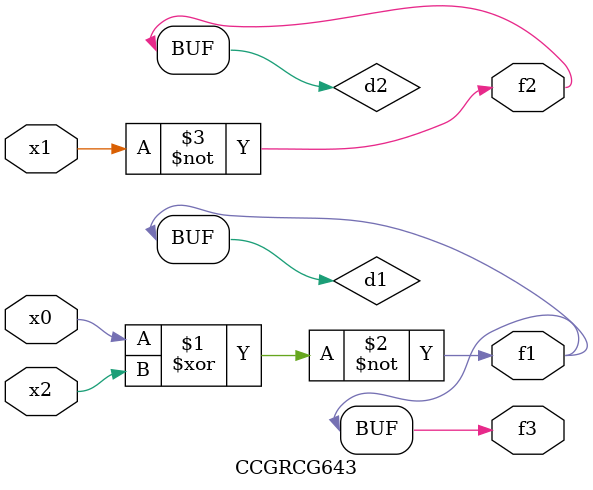
<source format=v>
module CCGRCG643(
	input x0, x1, x2,
	output f1, f2, f3
);

	wire d1, d2, d3;

	xnor (d1, x0, x2);
	nand (d2, x1);
	nor (d3, x1, x2);
	assign f1 = d1;
	assign f2 = d2;
	assign f3 = d1;
endmodule

</source>
